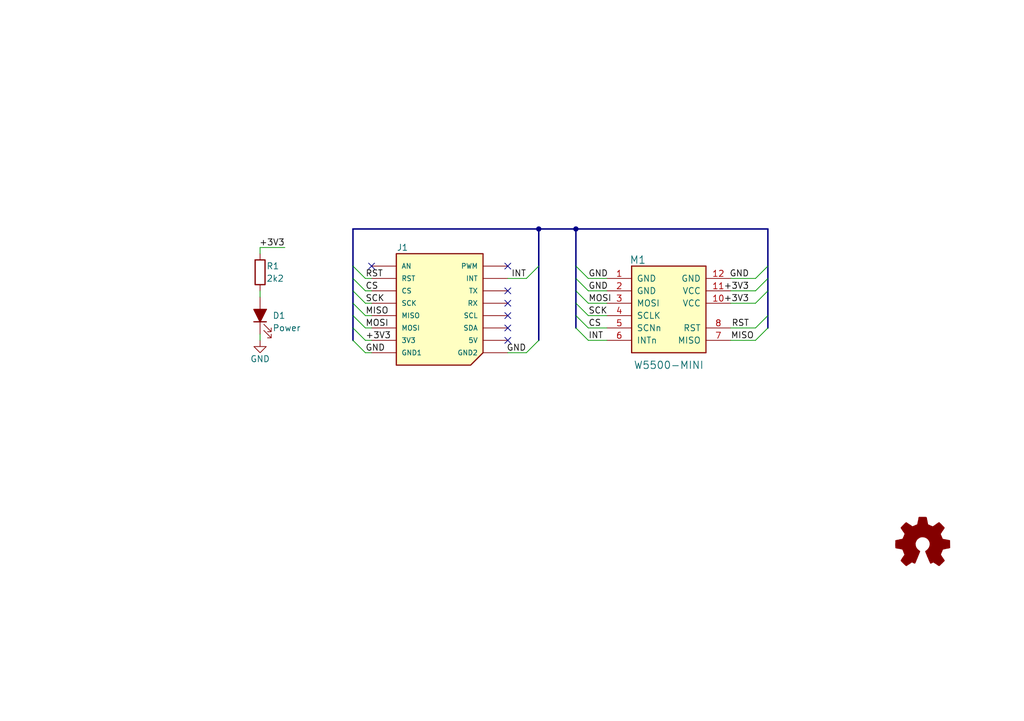
<source format=kicad_sch>
(kicad_sch (version 20230121) (generator eeschema)
  (paper "A5")
  (title_block (title "Ethernet W5500 mini Click") (date "2023-08-20") (rev "1.0") (company "© 2023 MPro") (comment 1 "Designed by MPro") (comment 4 "Licensed under CERN-OHL-P v2 or any later version"))
  (lib_symbols
    (symbol "Device:LED_Filled" (pin_numbers hide) (pin_names (offset 1.016) hide)
      (property "Reference" "D" (at 0 2.54 0))
      (property "Value" "LED_Filled" (at 0 -2.54 0))
      (symbol "LED_Filled_0_1"
        (polyline (pts (xy -1.27 -1.27) (xy -1.27 1.27)) (stroke (width 0.254)))
        (polyline (pts (xy -1.27 0) (xy 1.27 0)))
        (polyline (pts (xy 1.27 -1.27) (xy 1.27 1.27) (xy -1.27 0) (xy 1.27 -1.27)) (stroke (width 0.254)) (fill (type outline)))
        (polyline (pts (xy -3.048 -0.762) (xy -4.572 -2.286) (xy -3.81 -2.286) (xy -4.572 -2.286) (xy -4.572 -1.524)))
        (polyline (pts (xy -1.778 -0.762) (xy -3.302 -2.286) (xy -2.54 -2.286) (xy -3.302 -2.286) (xy -3.302 -1.524)))
      )
      (symbol "LED_Filled_1_1"
        (pin passive line (at -3.81 0 0) (length 2.54) (name "K") (number "1"))
        (pin passive line (at 3.81 0 180) (length 2.54) (name "A") (number "2"))
      )
    )
    (symbol "Device:R" (pin_numbers hide) (pin_names (offset 0))
      (property "Reference" "R" (at 2.032 0 90))
      (property "Value" "R" (at 0 0 90))
      (symbol "R_0_1"
        (rectangle (start -1.016 -2.54) (end 1.016 2.54) (stroke (width 0.254)))
      )
      (symbol "R_1_1"
        (pin passive line (at 0 3.81 270) (length 1.27) (name "~") (number "1"))
        (pin passive line (at 0 -3.81 90) (length 1.27) (name "~") (number "2"))
      )
    )
    (symbol "archive:Graphic_Logo_Open_Hardware_Small" (pin_names (offset 1.016))
      (symbol "Graphic_Logo_Open_Hardware_Small_0_1"
        (polyline (pts (xy 3.3528 -4.3434) (xy 3.302 -4.318) (xy 3.175 -4.2418) (xy 2.9972 -4.1148) (xy 2.7686 -3.9624) (xy 2.54 -3.81) (xy 2.3622 -3.7084) (xy 2.2352 -3.6068) (xy 2.1844 -3.5814) (xy 2.159 -3.6068) (xy 2.0574 -3.6576) (xy 1.905 -3.7338) (xy 1.8034 -3.7846) (xy 1.6764 -3.8354) (xy 1.6002 -3.8354) (xy 1.6002 -3.8354) (xy 1.5494 -3.7338) (xy 1.4732 -3.5306) (xy 1.3462 -3.302) (xy 1.2446 -3.0226) (xy 1.1176 -2.7178) (xy 0.9652 -2.413) (xy 0.8636 -2.1082) (xy 0.7366 -1.8288) (xy 0.6604 -1.6256) (xy 0.6096 -1.4732) (xy 0.5842 -1.397) (xy 0.5842 -1.397) (xy 0.6604 -1.3208) (xy 0.7874 -1.2446) (xy 1.0414 -1.016) (xy 1.2954 -0.6858) (xy 1.4478 -0.3302) (xy 1.524 0.0762) (xy 1.4732 0.4572) (xy 1.3208 0.8128) (xy 1.0668 1.143) (xy 0.762 1.3716) (xy 0.4064 1.524) (xy 0 1.5748) (xy -0.381 1.5494) (xy -0.7366 1.397) (xy -1.0668 1.143) (xy -1.2192 0.9906) (xy -1.397 0.6604) (xy -1.524 0.3048) (xy -1.524 0.2286) (xy -1.4986 -0.1778) (xy -1.397 -0.5334) (xy -1.1938 -0.8636) (xy -0.9144 -1.143) (xy -0.8636 -1.1684) (xy -0.7366 -1.27) (xy -0.635 -1.3462) (xy -0.5842 -1.397) (xy -1.0668 -2.5908) (xy -1.143 -2.794) (xy -1.2954 -3.1242) (xy -1.397 -3.4036) (xy -1.4986 -3.6322) (xy -1.5748 -3.7846) (xy -1.6002 -3.8354) (xy -1.6002 -3.8354) (xy -1.651 -3.8354) (xy -1.7272 -3.81) (xy -1.905 -3.7338) (xy -2.0066 -3.683) (xy -2.1336 -3.6068) (xy -2.2098 -3.5814) (xy -2.2606 -3.6068) (xy -2.3622 -3.683) (xy -2.54 -3.81) (xy -2.7686 -3.9624) (xy -2.9718 -4.0894) (xy -3.1496 -4.2164) (xy -3.302 -4.318) (xy -3.3528 -4.3434) (xy -3.3782 -4.3434) (xy -3.429 -4.318) (xy -3.5306 -4.2164) (xy -3.7084 -4.064) (xy -3.937 -3.8354) (xy -3.9624 -3.81) (xy -4.1656 -3.6068) (xy -4.318 -3.4544) (xy -4.4196 -3.3274) (xy -4.445 -3.2766) (xy -4.445 -3.2766) (xy -4.4196 -3.2258) (xy -4.318 -3.0734) (xy -4.2164 -2.8956) (xy -4.064 -2.667) (xy -3.6576 -2.0828) (xy -3.8862 -1.5494) (xy -3.937 -1.3716) (xy -4.0386 -1.1684) (xy -4.0894 -1.0414) (xy -4.1148 -0.9652) (xy -4.191 -0.9398) (xy -4.318 -0.9144) (xy -4.5466 -0.8636) (xy -4.8006 -0.8128) (xy -5.0546 -0.7874) (xy -5.2578 -0.7366) (xy -5.4356 -0.7112) (xy -5.5118 -0.6858) (xy -5.5118 -0.6858) (xy -5.5372 -0.635) (xy -5.5372 -0.5588) (xy -5.5372 -0.4318) (xy -5.5626 -0.2286) (xy -5.5626 0.0762) (xy -5.5626 0.127) (xy -5.5372 0.4064) (xy -5.5372 0.635) (xy -5.5372 0.762) (xy -5.5372 0.8382) (xy -5.5372 0.8382) (xy -5.461 0.8382) (xy -5.3086 0.889) (xy -5.08 0.9144) (xy -4.826 0.9652) (xy -4.8006 0.9906) (xy -4.5466 1.0414) (xy -4.318 1.0668) (xy -4.1656 1.1176) (xy -4.0894 1.143) (xy -4.0894 1.143) (xy -4.0386 1.2446) (xy -3.9624 1.4224) (xy -3.8608 1.6256) (xy -3.7846 1.8288) (xy -3.7084 2.0066) (xy -3.6576 2.159) (xy -3.6322 2.2098) (xy -3.6322 2.2098) (xy -3.683 2.286) (xy -3.7592 2.413) (xy -3.8862 2.5908) (xy -4.064 2.8194) (xy -4.064 2.8448) (xy -4.2164 3.0734) (xy -4.3434 3.2512) (xy -4.4196 3.3782) (xy -4.445 3.4544) (xy -4.445 3.4544) (xy -4.3942 3.5052) (xy -4.2926 3.6322) (xy -4.1148 3.81) (xy -3.937 4.0132) (xy -3.8608 4.064) (xy -3.6576 4.2926) (xy -3.5052 4.4196) (xy -3.4036 4.4958) (xy -3.3528 4.5212) (xy -3.3528 4.5212) (xy -3.302 4.4704) (xy -3.1496 4.3688) (xy -2.9718 4.2418) (xy -2.7432 4.0894) (xy -2.7178 4.0894) (xy -2.4892 3.937) (xy -2.3114 3.81) (xy -2.1844 3.7084) (xy -2.1336 3.683) (xy -2.1082 3.683) (xy -2.032 3.7084) (xy -1.8542 3.7592) (xy -1.6764 3.8354) (xy -1.4732 3.937) (xy -1.27 4.0132) (xy -1.143 4.064) (xy -1.0668 4.1148) (xy -1.0668 4.1148) (xy -1.0414 4.191) (xy -1.016 4.3434) (xy -0.9652 4.572) (xy -0.9144 4.8514) (xy -0.889 4.9022) (xy -0.8382 5.1562) (xy -0.8128 5.3848) (xy -0.7874 5.5372) (xy -0.762 5.588) (xy -0.7112 5.6134) (xy -0.5842 5.6134) (xy -0.4064 5.6134) (xy -0.1524 5.6134) (xy 0.0762 5.6134) (xy 0.3302 5.6134) (xy 0.5334 5.6134) (xy 0.6858 5.588) (xy 0.7366 5.588) (xy 0.7366 5.588) (xy 0.762 5.5118) (xy 0.8128 5.334) (xy 0.8382 5.1054) (xy 0.9144 4.826) (xy 0.9144 4.7752) (xy 0.9652 4.5212) (xy 1.016 4.2926) (xy 1.0414 4.1402) (xy 1.0668 4.0894) (xy 1.0668 4.0894) (xy 1.1938 4.0386) (xy 1.3716 3.9624) (xy 1.5748 3.8608) (xy 2.0828 3.6576) (xy 2.7178 4.0894) (xy 2.7686 4.1402) (xy 2.9972 4.2926) (xy 3.175 4.4196) (xy 3.302 4.4958) (xy 3.3782 4.5212) (xy 3.3782 4.5212) (xy 3.429 4.4704) (xy 3.556 4.3434) (xy 3.7338 4.191) (xy 3.9116 3.9878) (xy 4.064 3.8354) (xy 4.2418 3.6576) (xy 4.3434 3.556) (xy 4.4196 3.4798) (xy 4.4196 3.429) (xy 4.4196 3.4036) (xy 4.3942 3.3274) (xy 4.2926 3.2004) (xy 4.1656 2.9972) (xy 4.0132 2.794) (xy 3.8862 2.5908) (xy 3.7592 2.3876) (xy 3.6576 2.2352) (xy 3.6322 2.159) (xy 3.6322 2.1336) (xy 3.683 2.0066) (xy 3.7592 1.8288) (xy 3.8608 1.6002) (xy 4.064 1.1176) (xy 4.3942 1.0414) (xy 4.5974 1.016) (xy 4.8768 0.9652) (xy 5.1308 0.9144) (xy 5.5372 0.8382) (xy 5.5626 -0.6604) (xy 5.4864 -0.6858) (xy 5.4356 -0.6858) (xy 5.2832 -0.7366) (xy 5.0546 -0.762) (xy 4.8006 -0.8128) (xy 4.5974 -0.8636) (xy 4.3688 -0.9144) (xy 4.2164 -0.9398) (xy 4.1402 -0.9398) (xy 4.1148 -0.9652) (xy 4.064 -1.0668) (xy 3.9878 -1.2446) (xy 3.9116 -1.4478) (xy 3.81 -1.651) (xy 3.7338 -1.8542) (xy 3.683 -2.0066) (xy 3.6576 -2.0828) (xy 3.683 -2.1336) (xy 3.7846 -2.2606) (xy 3.8862 -2.4638) (xy 4.0386 -2.667) (xy 4.191 -2.8956) (xy 4.318 -3.0734) (xy 4.3942 -3.2004) (xy 4.445 -3.2766) (xy 4.4196 -3.3274) (xy 4.3434 -3.429) (xy 4.1656 -3.5814) (xy 3.937 -3.8354) (xy 3.8862 -3.8608) (xy 3.683 -4.064) (xy 3.5306 -4.2164) (xy 3.4036 -4.318) (xy 3.3528 -4.3434)) (fill (type outline)))
      )
    )
    (symbol "diy-modules:W5500-MINI" (pin_names (offset 1.016))
      (property "Reference" "M" (at -6.35 10.16 0))
      (property "Value" "W5500-MINI" (at 0 -10.16 0))
      (symbol "W5500-MINI_0_1"
        (rectangle (start -7.62 8.89) (end 7.62 -8.89) (stroke (width 0.254)) (fill (type background)))
      )
      (symbol "W5500-MINI_1_1"
        (pin power_in line (at -12.7 6.35 0) (length 5.08) (name "GND") (number "1"))
        (pin power_in line (at 12.7 1.27 180) (length 5.08) (name "VCC") (number "10"))
        (pin power_in line (at 12.7 3.81 180) (length 5.08) (name "VCC") (number "11"))
        (pin power_in line (at 12.7 6.35 180) (length 5.08) (name "GND") (number "12"))
        (pin power_in line (at -12.7 3.81 0) (length 5.08) (name "GND") (number "2"))
        (pin bidirectional line (at -12.7 1.27 0) (length 5.08) (name "MOSI") (number "3"))
        (pin bidirectional line (at -12.7 -1.27 0) (length 5.08) (name "SCLK") (number "4"))
        (pin bidirectional line (at -12.7 -3.81 0) (length 5.08) (name "SCNn") (number "5"))
        (pin bidirectional line (at -12.7 -6.35 0) (length 5.08) (name "INTn") (number "6"))
        (pin bidirectional line (at 12.7 -6.35 180) (length 5.08) (name "MISO") (number "7"))
        (pin bidirectional line (at 12.7 -3.81 180) (length 5.08) (name "RST") (number "8"))
        (pin no_connect line (at 12.7 -1.27 180) (length 5.08) hide (name "NC") (number "9"))
      )
    )
    (symbol "diy-modules:mikroBUS_module_connector" (pin_numbers hide) (pin_names (offset 1.016))
      (property "Reference" "J" (at 0 23.495 0))
      (symbol "mikroBUS_module_connector_0_0"
        (pin bidirectional line (at -5.08 20.32 0) (length 5.08) (name "AN") (number "P1"))
        (pin power_in line (at 22.86 5.08 180) (length 5.08) (name "5V") (number "P10"))
        (pin bidirectional line (at 22.86 7.62 180) (length 5.08) (name "SDA") (number "P11"))
        (pin bidirectional line (at 22.86 10.16 180) (length 5.08) (name "SCL") (number "P12"))
        (pin bidirectional line (at 22.86 12.7 180) (length 5.08) (name "RX") (number "P13"))
        (pin bidirectional line (at 22.86 15.24 180) (length 5.08) (name "TX") (number "P14"))
        (pin bidirectional line (at 22.86 17.78 180) (length 5.08) (name "INT") (number "P15"))
        (pin bidirectional line (at 22.86 20.32 180) (length 5.08) (name "PWM") (number "P16"))
        (pin bidirectional line (at -5.08 17.78 0) (length 5.08) (name "RST") (number "P2"))
        (pin bidirectional line (at -5.08 15.24 0) (length 5.08) (name "CS") (number "P3"))
        (pin bidirectional line (at -5.08 12.7 0) (length 5.08) (name "SCK") (number "P4"))
        (pin bidirectional line (at -5.08 10.16 0) (length 5.08) (name "MISO") (number "P5"))
        (pin bidirectional line (at -5.08 7.62 0) (length 5.08) (name "MOSI") (number "P6"))
        (pin power_in line (at -5.08 5.08 0) (length 5.08) (name "3V3") (number "P7"))
      )
      (symbol "mikroBUS_module_connector_0_1"
        (polyline (pts (xy 17.78 2.54) (xy 15.24 0) (xy 0 0) (xy 0 22.86) (xy 17.78 22.86) (xy 17.78 2.54)) (stroke (width 0.254)) (fill (type background)))
      )
      (symbol "mikroBUS_module_connector_1_0"
        (pin power_in line (at -5.08 2.54 0) (length 5.08) (name "GND1") (number "P8"))
        (pin power_in line (at 22.86 2.54 180) (length 5.08) (name "GND2") (number "P9"))
      )
    )
    (symbol "power:GND" (power) (pin_names (offset 0))
      (property "Value" "GND" (at 0 -3.81 0))
      (symbol "GND_0_1"
        (polyline (pts (xy 0 0) (xy 0 -1.27) (xy 1.27 -1.27) (xy 0 -2.54) (xy -1.27 -1.27) (xy 0 -1.27)))
      )
      (symbol "GND_1_1"
        (pin power_in line (at 0 0 270) (length 0) hide (name "GND") (number "1"))
      )
    )
  )
  (junction (at 110.49 46.99))
  (junction (at 118.11 46.99))
  (no_connect (at 104.14 67.31))
  (no_connect (at 104.14 69.85))
  (no_connect (at 104.14 59.69))
  (no_connect (at 104.14 62.23))
  (no_connect (at 76.2 54.61))
  (no_connect (at 104.14 54.61))
  (no_connect (at 104.14 64.77))
  (bus_entry (at 74.93 62.23) (size -2.54 -2.54))
  (bus_entry (at 154.94 69.85) (size 2.54 -2.54))
  (bus_entry (at 107.95 57.15) (size 2.54 -2.54))
  (bus_entry (at 74.93 57.15) (size -2.54 -2.54))
  (bus_entry (at 154.94 59.69) (size 2.54 -2.54))
  (bus_entry (at 154.94 67.31) (size 2.54 -2.54))
  (bus_entry (at 120.65 67.31) (size -2.54 -2.54))
  (bus_entry (at 154.94 62.23) (size 2.54 -2.54))
  (bus_entry (at 120.65 57.15) (size -2.54 -2.54))
  (bus_entry (at 107.95 72.39) (size 2.54 -2.54))
  (bus_entry (at 120.65 59.69) (size -2.54 -2.54))
  (bus_entry (at 74.93 72.39) (size -2.54 -2.54))
  (bus_entry (at 154.94 57.15) (size 2.54 -2.54))
  (bus_entry (at 74.93 69.85) (size -2.54 -2.54))
  (bus_entry (at 120.65 69.85) (size -2.54 -2.54))
  (bus_entry (at 74.93 59.69) (size -2.54 -2.54))
  (bus_entry (at 120.65 64.77) (size -2.54 -2.54))
  (bus_entry (at 120.65 62.23) (size -2.54 -2.54))
  (bus_entry (at 74.93 64.77) (size -2.54 -2.54))
  (bus_entry (at 74.93 67.31) (size -2.54 -2.54))
  (bus (pts (xy 118.11 54.61) (xy 118.11 57.15)))
  (bus (pts (xy 118.11 62.23) (xy 118.11 64.77)))
  (wire (pts (xy 120.65 59.69) (xy 124.46 59.69)))
  (bus (pts (xy 157.48 54.61) (xy 157.48 46.99)))
  (wire (pts (xy 74.93 64.77) (xy 76.2 64.77)))
  (bus (pts (xy 110.49 46.99) (xy 110.49 54.61)))
  (bus (pts (xy 118.11 46.99) (xy 118.11 54.61)))
  (bus (pts (xy 118.11 46.99) (xy 157.48 46.99)))
  (bus (pts (xy 72.39 57.15) (xy 72.39 59.69)))
  (wire (pts (xy 53.34 68.58) (xy 53.34 69.85)))
  (wire (pts (xy 53.34 59.69) (xy 53.34 60.96)))
  (bus (pts (xy 72.39 46.99) (xy 110.49 46.99)))
  (wire (pts (xy 53.34 50.8) (xy 58.42 50.8)))
  (bus (pts (xy 72.39 46.99) (xy 72.39 54.61)))
  (wire (pts (xy 149.86 62.23) (xy 154.94 62.23)))
  (wire (pts (xy 107.95 57.15) (xy 104.14 57.15)))
  (bus (pts (xy 72.39 67.31) (xy 72.39 69.85)))
  (bus (pts (xy 72.39 54.61) (xy 72.39 57.15)))
  (wire (pts (xy 120.65 57.15) (xy 124.46 57.15)))
  (wire (pts (xy 149.86 67.31) (xy 154.94 67.31)))
  (wire (pts (xy 107.95 72.39) (xy 104.14 72.39)))
  (wire (pts (xy 120.65 67.31) (xy 124.46 67.31)))
  (wire (pts (xy 74.93 72.39) (xy 76.2 72.39)))
  (wire (pts (xy 74.93 62.23) (xy 76.2 62.23)))
  (bus (pts (xy 118.11 59.69) (xy 118.11 62.23)))
  (wire (pts (xy 149.86 59.69) (xy 154.94 59.69)))
  (wire (pts (xy 53.34 50.8) (xy 53.34 52.07)))
  (bus (pts (xy 157.48 54.61) (xy 157.48 57.15)))
  (wire (pts (xy 74.93 57.15) (xy 76.2 57.15)))
  (bus (pts (xy 72.39 59.69) (xy 72.39 62.23)))
  (wire (pts (xy 120.65 64.77) (xy 124.46 64.77)))
  (wire (pts (xy 149.86 57.15) (xy 154.94 57.15)))
  (bus (pts (xy 110.49 46.99) (xy 118.11 46.99)))
  (bus (pts (xy 72.39 62.23) (xy 72.39 64.77)))
  (bus (pts (xy 157.48 59.69) (xy 157.48 64.77)))
  (wire (pts (xy 74.93 69.85) (xy 76.2 69.85)))
  (bus (pts (xy 72.39 64.77) (xy 72.39 67.31)))
  (bus (pts (xy 118.11 64.77) (xy 118.11 67.31)))
  (bus (pts (xy 110.49 54.61) (xy 110.49 69.85)))
  (bus (pts (xy 157.48 64.77) (xy 157.48 67.31)))
  (wire (pts (xy 74.93 67.31) (xy 76.2 67.31)))
  (wire (pts (xy 149.86 69.85) (xy 154.94 69.85)))
  (wire (pts (xy 120.65 62.23) (xy 124.46 62.23)))
  (bus (pts (xy 157.48 57.15) (xy 157.48 59.69)))
  (wire (pts (xy 120.65 69.85) (xy 124.46 69.85)))
  (wire (pts (xy 74.93 59.69) (xy 76.2 59.69)))
  (bus (pts (xy 118.11 57.15) (xy 118.11 59.69)))
  (label "+3V3" (at 153.67 59.69 180))
  (label "INT" (at 120.65 69.85 0))
  (label "+3V3" (at 153.67 62.23 180))
  (label "GND" (at 74.93 72.39 0))
  (label "RST" (at 74.93 57.15 0))
  (label "MISO" (at 149.86 69.85 0))
  (label "SCK" (at 74.93 62.23 0))
  (label "INT" (at 107.95 57.15 180))
  (label "RST" (at 153.67 67.31 180))
  (label "SCK" (at 120.65 64.77 0))
  (label "MOSI" (at 120.65 62.23 0))
  (label "GND" (at 120.65 57.15 0))
  (label "MOSI" (at 74.93 67.31 0))
  (label "MISO" (at 74.93 64.77 0))
  (label "GND" (at 120.65 59.69 0))
  (label "+3V3" (at 74.93 69.85 0))
  (label "+3V3" (at 58.42 50.8 180))
  (label "GND" (at 107.95 72.39 180))
  (label "CS" (at 120.65 67.31 0))
  (label "CS" (at 74.93 59.69 0))
  (label "GND" (at 153.67 57.15 180))
  (symbol (lib_id "diy-modules:W5500-MINI") (at 137.16 63.5 0) (unit 1)
    (property "Reference" "M1" (at 130.81 53.34 0) (effects (font (size 1.524 1.524))))
    (property "Value" "W5500-MINI" (at 137.16 74.93 0) (effects (font (size 1.524 1.524))))
    (property "Footprint" "footprints:W5500-MINI" (effects hide))
    (property "LCSC" "n/a" (effects hide))
    (property "Package/Case" "W5500 mini module" (effects hide))
  )
  (symbol (lib_id "Device:LED_Filled") (at 53.34 64.77 90) (unit 1)
    (property "Reference" "D1" (at 55.88 64.77 90) (effects (justify right)))
    (property "Value" "Power" (at 55.88 67.31 90) (effects (justify right)))
    (property "Footprint" "footprints:LED_0805_2012Metric" (effects hide))
    (property "LCSC" "C2296" (effects hide))
    (property "Package/Case" "0805" (effects hide))
    (property "Colour" "Yellow" (effects hide))
  )
  (symbol (lib_id "diy-modules:mikroBUS_module_connector") (at 81.28 74.93 0) (unit 1) (in_bom no)
    (property "Reference" "J1" (at 82.55 50.8 0))
    (property "Value" "ETH W5500 mini Click v1.0" (effects hide))
    (property "Footprint" "footprints:mikroBUS_module_M" (effects hide))
  )
  (symbol (lib_id "archive:Graphic_Logo_Open_Hardware_Small") (at 189.23 111.76 0) (unit 1) (in_bom no)
    (property "Reference" "LOGO1" (effects hide))
    (property "Value" "Logo_Open_Hardware_Small" (effects hide))
    (property "Footprint" "footprints:OSHW-Logo2_7.3x6mm_SilkScreen" (effects hide))
    (property "Sim.Enable" "0" (effects hide))
  )
  (symbol (lib_id "Device:R") (at 53.34 55.88 0) (unit 1)
    (property "Reference" "R1" (at 54.61 54.61 0) (effects (justify left)))
    (property "Value" "2k2" (at 54.61 57.15 0) (effects (justify left)))
    (property "Footprint" "footprints:R_0805_2012Metric" (effects hide))
    (property "LCSC" "C17520" (effects hide))
    (property "Package/Case" "0805" (effects hide))
  )
  (symbol (lib_id "power:GND") (at 53.34 69.85 0) (unit 1)
    (property "Reference" "#PWR01" (effects hide))
    (property "Value" "GND" (at 53.34 73.66 0))
  )
)
</source>
